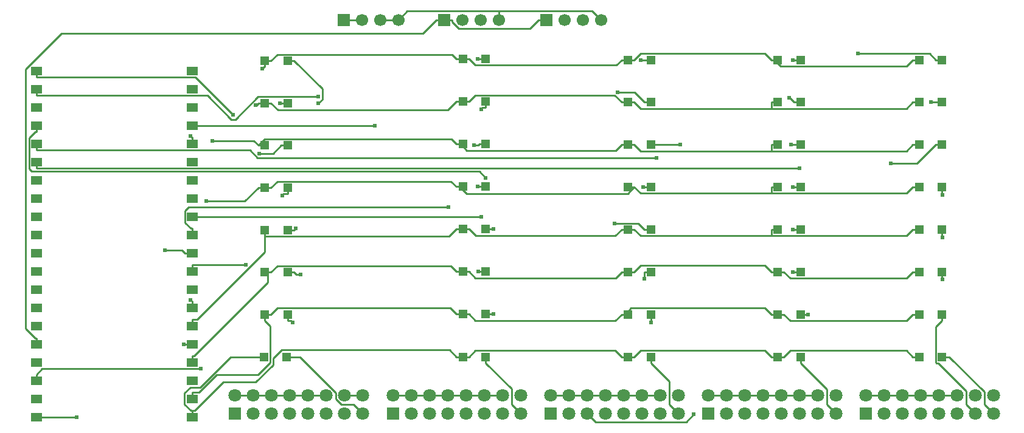
<source format=gtl>
G04 Layer: TopLayer*
G04 EasyEDA v6.5.40, 2025-03-18 22:52:05*
G04 b39658bcca46432a934d06cf3c5ad792,51c3989a86a440af9e0a32d2c4c87c08,10*
G04 Gerber Generator version 0.2*
G04 Scale: 100 percent, Rotated: No, Reflected: No *
G04 Dimensions in millimeters *
G04 leading zeros omitted , absolute positions ,4 integer and 5 decimal *
%FSLAX45Y45*%
%MOMM*%

%ADD10C,0.2540*%
%ADD11R,1.2000X1.2000*%
%ADD12R,1.5000X1.2000*%
%ADD13R,1.7000X1.7000*%
%ADD14C,1.7000*%
%ADD15R,1.7780X1.8000*%
%ADD16C,1.8000*%
%ADD17C,0.6100*%
%ADD18C,0.0157*%

%LPD*%
D10*
X5854702Y9156697D02*
G01*
X6108702Y9156697D01*
X7505702Y9278693D02*
G01*
X7505702Y9156697D01*
X6108702Y9156697D02*
G01*
X6230698Y9278693D01*
X7505702Y9278693D01*
X7505702Y9278693D02*
G01*
X8806106Y9278693D01*
X8928102Y9156697D01*
X1073101Y4123204D02*
G01*
X1073101Y4211114D01*
X3356002Y4289117D02*
G01*
X1151105Y4289117D01*
X1073101Y4211114D01*
X5613402Y3924297D02*
G01*
X5359402Y3924297D01*
X5105402Y3924297D02*
G01*
X4851402Y3924297D01*
X4851402Y3924297D02*
G01*
X4597402Y3924297D01*
X4597402Y3924297D02*
G01*
X4343402Y3924297D01*
X4343402Y3924297D02*
G01*
X4089402Y3924297D01*
X4089402Y3924297D02*
G01*
X3835402Y3924297D01*
X1073101Y8441204D02*
G01*
X1073101Y8353295D01*
X1073101Y8353295D02*
G01*
X3282647Y8353295D01*
X3804465Y7831477D01*
X13672771Y5552716D02*
G01*
X13679274Y5546214D01*
X13679274Y5533692D01*
X13672771Y5640626D02*
G01*
X13672771Y5552716D01*
X13672771Y4961252D02*
G01*
X13584684Y4873165D01*
X13584684Y4377001D01*
X13592075Y4369610D01*
X13619609Y4369610D01*
X14008102Y3981117D01*
X14008102Y3797297D01*
X14135102Y3670297D01*
X13672771Y5049161D02*
G01*
X13672771Y4961252D01*
X13672771Y4457697D02*
G01*
X13774600Y4457697D01*
X14262102Y3970195D01*
X14262102Y3797297D01*
X14389102Y3670297D01*
X11704271Y4369788D02*
G01*
X12068177Y4005882D01*
X12068177Y3797297D01*
X12195177Y3670297D01*
X11704271Y4457697D02*
G01*
X11704271Y4369788D01*
X11704271Y5049161D02*
G01*
X11811027Y5049161D01*
X9621446Y4369788D02*
G01*
X9874252Y4116981D01*
X9874252Y3797297D01*
X10001252Y3670297D01*
X9621446Y4457697D02*
G01*
X9621446Y4369788D01*
X9621446Y5049161D02*
G01*
X9621446Y4939738D01*
X7322797Y4369788D02*
G01*
X7680327Y4012257D01*
X7680327Y3797297D01*
X7807327Y3670297D01*
X7322797Y4457697D02*
G01*
X7322797Y4369788D01*
X7322797Y5050990D02*
G01*
X7434506Y5050990D01*
X3243099Y3619218D02*
G01*
X3243099Y3707127D01*
X13264847Y4457697D02*
G01*
X13176760Y4545784D01*
X11560279Y4545784D01*
X11472191Y4457697D01*
X13352757Y4457697D02*
G01*
X13264847Y4457697D01*
X11428224Y4457697D02*
G01*
X11472191Y4457697D01*
X11428224Y4457697D02*
G01*
X11384257Y4457697D01*
X11296347Y4457697D02*
G01*
X11208260Y4545784D01*
X9477453Y4545784D01*
X9389366Y4457697D01*
X11384257Y4457697D02*
G01*
X11296347Y4457697D01*
X9345399Y4457697D02*
G01*
X9301431Y4457697D01*
X9345399Y4457697D02*
G01*
X9389366Y4457697D01*
X9213522Y4457697D02*
G01*
X9125435Y4545784D01*
X7178804Y4545784D01*
X7090717Y4457697D01*
X9301431Y4457697D02*
G01*
X9213522Y4457697D01*
X7002782Y4457697D02*
G01*
X7090717Y4457697D01*
X4234182Y4457697D02*
G01*
X3769870Y4457697D01*
X3346173Y4034000D01*
X3212543Y4034000D01*
X3131365Y3952821D01*
X3131365Y3796891D01*
X3221128Y3707127D01*
X3243099Y3707127D01*
X3243099Y3707127D02*
G01*
X3272640Y3707127D01*
X3670683Y4105170D01*
X4120949Y4105170D01*
X4363087Y4347309D01*
X4363087Y4433338D01*
X4483000Y4553252D01*
X6819318Y4553252D01*
X6914873Y4457697D01*
X7002782Y4457697D02*
G01*
X6914873Y4457697D01*
X4554197Y4457697D02*
G01*
X4741674Y4457697D01*
X5241317Y3958054D01*
X5241317Y3872913D01*
X5316933Y3797297D01*
X5486402Y3797297D01*
X5613402Y3670297D01*
X13264847Y5049161D02*
G01*
X13176760Y4961074D01*
X11560279Y4961074D01*
X11472191Y5049161D01*
X13352757Y5049161D02*
G01*
X13264847Y5049161D01*
X11428224Y5049161D02*
G01*
X11472191Y5049161D01*
X11428224Y5049161D02*
G01*
X11384257Y5049161D01*
X9213522Y5049161D02*
G01*
X9127263Y4962903D01*
X7178804Y4962903D01*
X7090717Y5050990D01*
X7002782Y5050990D02*
G01*
X7090717Y5050990D01*
X9301431Y5049161D02*
G01*
X9257489Y5049161D01*
X9257489Y5049161D02*
G01*
X9213522Y5049161D01*
X9257489Y5049161D02*
G01*
X9345576Y5137249D01*
X11208260Y5137249D01*
X11296347Y5049161D01*
X11384257Y5049161D02*
G01*
X11296347Y5049161D01*
X4334766Y5047358D02*
G01*
X4422853Y5135445D01*
X6830418Y5135445D01*
X6914873Y5050990D01*
X4246831Y5047358D02*
G01*
X4334766Y5047358D01*
X7002782Y5050990D02*
G01*
X6914873Y5050990D01*
X3243099Y3961127D02*
G01*
X3331009Y3961127D01*
X3581732Y4211850D01*
X4155594Y4211850D01*
X4322295Y4378551D01*
X4322295Y4883985D01*
X4246831Y4959449D01*
X3243099Y3873218D02*
G01*
X3243099Y3961127D01*
X4246831Y5047358D02*
G01*
X4246831Y4959449D01*
X13264847Y5640626D02*
G01*
X13176785Y5552564D01*
X11560279Y5552564D01*
X11472191Y5640651D01*
X13352757Y5640626D02*
G01*
X13264847Y5640626D01*
X11428224Y5640651D02*
G01*
X11472191Y5640651D01*
X11428224Y5640651D02*
G01*
X11384257Y5640651D01*
X11296347Y5640651D02*
G01*
X11208260Y5728738D01*
X9477453Y5728738D01*
X9389366Y5640651D01*
X11384257Y5640651D02*
G01*
X11296347Y5640651D01*
X9345399Y5640651D02*
G01*
X9389366Y5640651D01*
X9345399Y5640651D02*
G01*
X9301431Y5640651D01*
X9213522Y5640651D02*
G01*
X9129041Y5556171D01*
X7178804Y5556171D01*
X7090717Y5644258D01*
X9301431Y5640651D02*
G01*
X9213522Y5640651D01*
X7046749Y5644258D02*
G01*
X7090717Y5644258D01*
X7046749Y5644258D02*
G01*
X7002782Y5644258D01*
X6914873Y5644258D02*
G01*
X6834024Y5725106D01*
X4422853Y5725106D01*
X4334766Y5637019D01*
X7002782Y5644258D02*
G01*
X6914873Y5644258D01*
X4246831Y5637019D02*
G01*
X4290799Y5637019D01*
X4290799Y5637019D02*
G01*
X4334766Y5637019D01*
X4290799Y5637019D02*
G01*
X4290799Y5494855D01*
X3265070Y4469127D01*
X3243099Y4469127D01*
X3243099Y4381218D02*
G01*
X3243099Y4469127D01*
X3243099Y4889218D02*
G01*
X3243099Y4977127D01*
X11384257Y6232116D02*
G01*
X11296347Y6232116D01*
X9301431Y6232116D02*
G01*
X9389366Y6232116D01*
X13352757Y6232116D02*
G01*
X13264847Y6232116D01*
X11296347Y6232116D02*
G01*
X11296347Y6144028D01*
X9389366Y6232116D02*
G01*
X9477453Y6144028D01*
X11296347Y6144028D01*
X11296347Y6144028D02*
G01*
X13176760Y6144028D01*
X13264847Y6232116D01*
X4246831Y6134935D02*
G01*
X6812257Y6134935D01*
X6914873Y6237551D01*
X4246831Y6134935D02*
G01*
X4246831Y6226655D01*
X6958840Y6237551D02*
G01*
X6914873Y6237551D01*
X6958840Y6237551D02*
G01*
X7002782Y6237551D01*
X7090717Y6237551D02*
G01*
X7184062Y6144206D01*
X9125612Y6144206D01*
X9213522Y6232116D01*
X7002782Y6237551D02*
G01*
X7090717Y6237551D01*
X9301431Y6232116D02*
G01*
X9213522Y6232116D01*
X3243099Y4977127D02*
G01*
X3306117Y4977127D01*
X4246831Y5917841D01*
X4246831Y6134935D01*
X3514702Y7469934D02*
G01*
X4094965Y7469934D01*
X4158922Y7405977D01*
X4246831Y7405977D02*
G01*
X4158922Y7405977D01*
X3243099Y5231127D02*
G01*
X3236140Y5231127D01*
X3215744Y5251523D01*
X3243099Y5143218D02*
G01*
X3243099Y5231127D01*
X11384257Y7415044D02*
G01*
X11296347Y7415044D01*
X9301431Y7415044D02*
G01*
X9389366Y7415044D01*
X13352757Y7415044D02*
G01*
X13264847Y7415044D01*
X11296347Y7415044D02*
G01*
X11296347Y7326957D01*
X9389366Y7415044D02*
G01*
X9477453Y7326957D01*
X11296347Y7326957D01*
X11296347Y7326957D02*
G01*
X13176760Y7326957D01*
X13264847Y7415044D01*
X6914873Y7424112D02*
G01*
X6844921Y7494064D01*
X4247009Y7494064D01*
X4158922Y7405977D01*
X6958840Y7424112D02*
G01*
X6972581Y7424112D01*
X6958840Y7424112D02*
G01*
X6914873Y7424112D01*
X7002782Y7424112D02*
G01*
X6972581Y7424112D01*
X6972581Y7424112D02*
G01*
X7060669Y7336025D01*
X9134502Y7336025D01*
X9213522Y7415044D01*
X9301431Y7415044D02*
G01*
X9213522Y7415044D01*
X11384257Y8006509D02*
G01*
X11296347Y8006509D01*
X9301431Y8006509D02*
G01*
X9389366Y8006509D01*
X13352757Y8006509D02*
G01*
X13264847Y8006509D01*
X11296347Y8006509D02*
G01*
X11296347Y7918422D01*
X9389366Y8006509D02*
G01*
X9477453Y7918422D01*
X11296347Y7918422D01*
X11296347Y7918422D02*
G01*
X13176760Y7918422D01*
X13264847Y8006509D01*
X7090717Y8017405D02*
G01*
X7178804Y8105493D01*
X9114538Y8105493D01*
X9213522Y8006509D01*
X7002782Y8017405D02*
G01*
X7090717Y8017405D01*
X9301431Y8006509D02*
G01*
X9213522Y8006509D01*
X4334766Y7995612D02*
G01*
X4428924Y7901454D01*
X6798922Y7901454D01*
X6914873Y8017405D01*
X7002782Y8017405D02*
G01*
X6914873Y8017405D01*
X4246831Y7995612D02*
G01*
X4334766Y7995612D01*
X4123870Y7971355D02*
G01*
X4134665Y7971355D01*
X4158922Y7995612D01*
X4246831Y7995612D02*
G01*
X4158922Y7995612D01*
X3243099Y5651192D02*
G01*
X3243099Y5739127D01*
X3243099Y5739127D02*
G01*
X3985262Y5739127D01*
X3243099Y7683192D02*
G01*
X5778197Y7683192D01*
X3243099Y7429192D02*
G01*
X3243099Y7517127D01*
X3209673Y7537193D02*
G01*
X3229739Y7517127D01*
X3243099Y7517127D01*
X3243099Y6413192D02*
G01*
X7263183Y6413192D01*
X3243099Y6247127D02*
G01*
X3221103Y6247127D01*
X3140001Y6328229D01*
X3140001Y6493913D01*
X3188185Y6542097D01*
X6803392Y6542097D01*
X3243099Y6159192D02*
G01*
X3243099Y6247127D01*
X6856630Y9156697D02*
G01*
X6856630Y9128478D01*
X6946877Y9038231D01*
X7934733Y9038231D01*
X8053199Y9156697D01*
X6743702Y9156697D02*
G01*
X6856630Y9156697D01*
X8166102Y9156697D02*
G01*
X8053199Y9156697D01*
X1073101Y4719114D02*
G01*
X1051130Y4719114D01*
X915977Y4854267D01*
X915977Y8467239D01*
X1418744Y8970007D01*
X6444109Y8970007D01*
X6630799Y9156697D01*
X1073101Y4631204D02*
G01*
X1073101Y4719114D01*
X6743702Y9156697D02*
G01*
X6630799Y9156697D01*
X13881102Y3924297D02*
G01*
X13627102Y3924297D01*
X13627102Y3924297D02*
G01*
X13373102Y3924297D01*
X13373102Y3924297D02*
G01*
X13119102Y3924297D01*
X13119102Y3924297D02*
G01*
X12865102Y3924297D01*
X12865102Y3924297D02*
G01*
X12611102Y3924297D01*
X1073101Y7171204D02*
G01*
X1073101Y7083295D01*
X11692765Y7083295D02*
G01*
X1073101Y7083295D01*
X11941177Y3924297D02*
G01*
X11687177Y3924297D01*
X11687177Y3924297D02*
G01*
X11433177Y3924297D01*
X11433177Y3924297D02*
G01*
X11179177Y3924297D01*
X11179177Y3924297D02*
G01*
X10925177Y3924297D01*
X10925177Y3924297D02*
G01*
X10671177Y3924297D01*
X10671177Y3924297D02*
G01*
X10417177Y3924297D01*
X1073101Y7425204D02*
G01*
X1073101Y7337295D01*
X1073101Y7337295D02*
G01*
X4041421Y7337295D01*
X4145815Y7232901D01*
X9700592Y7232901D01*
X9747252Y3924297D02*
G01*
X9493252Y3924297D01*
X9493252Y3924297D02*
G01*
X9239252Y3924297D01*
X9239252Y3924297D02*
G01*
X8985252Y3924297D01*
X8985252Y3924297D02*
G01*
X8731252Y3924297D01*
X8731252Y3924297D02*
G01*
X8477252Y3924297D01*
X8477252Y3924297D02*
G01*
X8223252Y3924297D01*
X1073101Y7591295D02*
G01*
X1051130Y7591295D01*
X970028Y7510193D01*
X970028Y7075853D01*
X1003378Y7042503D01*
X7234582Y7042503D01*
X7322441Y6954644D01*
X1073101Y7679204D02*
G01*
X1073101Y7591295D01*
X7553327Y3924297D02*
G01*
X7299327Y3924297D01*
X7299327Y3924297D02*
G01*
X7045327Y3924297D01*
X7045327Y3924297D02*
G01*
X6791327Y3924297D01*
X6791327Y3924297D02*
G01*
X6537327Y3924297D01*
X6537327Y3924297D02*
G01*
X6283327Y3924297D01*
X6283327Y3924297D02*
G01*
X6029327Y3924297D01*
X1073101Y8187204D02*
G01*
X1073101Y8099295D01*
X1073101Y8099295D02*
G01*
X3453818Y8099295D01*
X3785135Y7767977D01*
X3837688Y7767977D01*
X4153410Y8083699D01*
X4989807Y8083699D01*
X13584862Y8597973D02*
G01*
X13496775Y8686060D01*
X12498961Y8686060D01*
X13672771Y8597973D02*
G01*
X13584862Y8597973D01*
X13672771Y8006509D02*
G01*
X13516129Y8006509D01*
X13584862Y7415044D02*
G01*
X13325604Y7155787D01*
X12955602Y7155787D01*
X13672771Y7415044D02*
G01*
X13584862Y7415044D01*
X13672771Y6735671D02*
G01*
X13679274Y6729168D01*
X13679274Y6714055D01*
X13672771Y6823580D02*
G01*
X13672771Y6735671D01*
X13672771Y6144206D02*
G01*
X13679274Y6137704D01*
X13679274Y6125334D01*
X13672771Y6232116D02*
G01*
X13672771Y6144206D01*
X11704271Y5640651D02*
G01*
X11616362Y5640651D01*
X11616362Y5640651D02*
G01*
X11596423Y5640651D01*
X11704271Y6232116D02*
G01*
X11616362Y6232116D01*
X11616362Y6232116D02*
G01*
X11596601Y6232116D01*
X11704271Y6823580D02*
G01*
X11616362Y6823580D01*
X11616362Y6823580D02*
G01*
X11596728Y6823580D01*
X11704271Y7415044D02*
G01*
X11566857Y7415044D01*
X11544277Y8072498D02*
G01*
X11550373Y8072498D01*
X11616362Y8006509D01*
X11704271Y8006509D02*
G01*
X11616362Y8006509D01*
X11704271Y8597973D02*
G01*
X11616362Y8597973D01*
X11616362Y8597973D02*
G01*
X11597413Y8597973D01*
X9621446Y5640651D02*
G01*
X9533536Y5640651D01*
X9533536Y5640651D02*
G01*
X9533536Y5552742D01*
X9528583Y5547789D01*
X9621446Y6232116D02*
G01*
X9533536Y6232116D01*
X9533536Y6232116D02*
G01*
X9445449Y6320203D01*
X9114233Y6320203D01*
X9621446Y6823580D02*
G01*
X9533536Y6823580D01*
X9533536Y6823580D02*
G01*
X9515426Y6823580D01*
X10219133Y3657089D02*
G01*
X10113850Y3551806D01*
X8849743Y3551806D01*
X8731252Y3670297D01*
X9621446Y7415044D02*
G01*
X10032367Y7415044D01*
X9621446Y8006509D02*
G01*
X9533536Y8006509D01*
X9533536Y8006509D02*
G01*
X9394319Y8145726D01*
X9158277Y8145726D01*
X9621446Y8597973D02*
G01*
X9480831Y8597973D01*
X7322797Y5644258D02*
G01*
X7234887Y5644258D01*
X7234887Y5644258D02*
G01*
X7215278Y5644258D01*
X7322797Y6237551D02*
G01*
X7430899Y6237551D01*
X7322797Y6830819D02*
G01*
X7234887Y6830819D01*
X7234887Y6830819D02*
G01*
X7209919Y6830819D01*
X7156655Y7409279D02*
G01*
X7220054Y7409279D01*
X7234887Y7424112D01*
X7322797Y7424112D02*
G01*
X7234887Y7424112D01*
X7322797Y8017405D02*
G01*
X7322797Y7929496D01*
X7322797Y7929496D02*
G01*
X7277178Y7929496D01*
X7257620Y7909938D01*
X7322797Y8610673D02*
G01*
X7212611Y8610673D01*
X4743427Y5602754D02*
G01*
X4689020Y5602754D01*
X4654755Y5637019D01*
X4566846Y5637019D02*
G01*
X4654755Y5637019D01*
X4566846Y6226655D02*
G01*
X4654755Y6226655D01*
X4675380Y6247279D02*
G01*
X4654755Y6226655D01*
X4566846Y6816316D02*
G01*
X4566846Y6728406D01*
X4566846Y6728406D02*
G01*
X4511423Y6728406D01*
X4491992Y6708975D01*
X4478936Y7405977D02*
G01*
X4364433Y7291473D01*
X4170072Y7291473D01*
X4566846Y7405977D02*
G01*
X4478936Y7405977D01*
X4566846Y7995612D02*
G01*
X4478936Y7995612D01*
X4478936Y7995612D02*
G01*
X4459759Y7995612D01*
X9301431Y8597973D02*
G01*
X9389366Y8597973D01*
X11384257Y8597973D02*
G01*
X11340315Y8597973D01*
X11340315Y8597973D02*
G01*
X11296347Y8597973D01*
X11340315Y8597973D02*
G01*
X11428402Y8509886D01*
X13176760Y8509886D01*
X13264847Y8597973D01*
X13352757Y8597973D02*
G01*
X13264847Y8597973D01*
X7002782Y8610673D02*
G01*
X7090717Y8610673D01*
X9301431Y8597973D02*
G01*
X9213522Y8597973D01*
X7090717Y8610673D02*
G01*
X7178804Y8522586D01*
X9138135Y8522586D01*
X9213522Y8597973D01*
X4334766Y8585273D02*
G01*
X4422853Y8673360D01*
X6852185Y8673360D01*
X6914873Y8610673D01*
X4246831Y8585273D02*
G01*
X4334766Y8585273D01*
X7002782Y8610673D02*
G01*
X6914873Y8610673D01*
X11296347Y8597973D02*
G01*
X11208260Y8686060D01*
X9477453Y8686060D01*
X9389366Y8597973D01*
X3140179Y5905192D02*
G01*
X3098827Y5946543D01*
X2858289Y5946543D01*
X4246831Y8585273D02*
G01*
X4246831Y8497364D01*
X3243099Y5905192D02*
G01*
X3140179Y5905192D01*
X4246831Y8497364D02*
G01*
X4234258Y8497364D01*
X4213760Y8476866D01*
X4566846Y8585273D02*
G01*
X4654755Y8585273D01*
X4654755Y8585273D02*
G01*
X5048404Y8191624D01*
X5048404Y8045447D01*
X4995166Y7992209D01*
X5600702Y9156697D02*
G01*
X5346702Y9156697D01*
X1073101Y3615204D02*
G01*
X1633806Y3615204D01*
X4636391Y4937909D02*
G01*
X4614852Y4959449D01*
X4566846Y4959449D01*
X4566846Y5047358D02*
G01*
X4566846Y4959449D01*
X3433625Y6628559D02*
G01*
X3971165Y6628559D01*
X4158922Y6816316D01*
X4246831Y6816316D02*
G01*
X4158922Y6816316D01*
X3243099Y4635218D02*
G01*
X3122246Y4635218D01*
X11384257Y6823580D02*
G01*
X11296347Y6823580D01*
X9301431Y6823580D02*
G01*
X9389366Y6823580D01*
X13352757Y6823580D02*
G01*
X13264847Y6823580D01*
X11296347Y6823580D02*
G01*
X11296347Y6735493D01*
X11296347Y6735493D02*
G01*
X13176760Y6735493D01*
X13264847Y6823580D01*
X6914873Y6830819D02*
G01*
X6841289Y6904403D01*
X4422853Y6904403D01*
X4334766Y6816316D01*
X4246831Y6816316D02*
G01*
X4334766Y6816316D01*
X7002782Y6830819D02*
G01*
X6958840Y6830819D01*
X6958840Y6830819D02*
G01*
X6914873Y6830819D01*
X9389366Y6823580D02*
G01*
X9477453Y6735493D01*
X11296347Y6735493D01*
X6958840Y6830819D02*
G01*
X7055716Y6733943D01*
X9299729Y6733943D01*
X9389366Y6823580D01*
D11*
G01*
X4566843Y8585276D03*
G01*
X4246829Y8585276D03*
G01*
X4566843Y7995622D03*
G01*
X4246829Y7995622D03*
G01*
X4566843Y7405969D03*
G01*
X4246829Y7405969D03*
G01*
X4566843Y6816316D03*
G01*
X4246829Y6816316D03*
G01*
X4566843Y6226662D03*
G01*
X4246829Y6226662D03*
G01*
X4566843Y5637009D03*
G01*
X4246829Y5637009D03*
G01*
X4566843Y5047355D03*
G01*
X4246829Y5047355D03*
G01*
X4554207Y4457700D03*
G01*
X4234192Y4457700D03*
G01*
X7322804Y8610676D03*
G01*
X7002790Y8610676D03*
G01*
X7322804Y8017395D03*
G01*
X7002790Y8017395D03*
G01*
X7322804Y7424107D03*
G01*
X7002790Y7424107D03*
G01*
X7322804Y6830827D03*
G01*
X7002790Y6830827D03*
G01*
X7322804Y6237546D03*
G01*
X7002790Y6237546D03*
G01*
X7322804Y5644263D03*
G01*
X7002790Y5644263D03*
G01*
X7322804Y5050983D03*
G01*
X7002790Y5050983D03*
G01*
X7322807Y4457700D03*
G01*
X7002792Y4457700D03*
G01*
X9621443Y8597976D03*
G01*
X9301429Y8597976D03*
G01*
X9621443Y8006509D03*
G01*
X9301429Y8006509D03*
G01*
X9621443Y7415039D03*
G01*
X9301429Y7415039D03*
G01*
X9621443Y6823572D03*
G01*
X9301429Y6823572D03*
G01*
X9621443Y6232105D03*
G01*
X9301429Y6232105D03*
G01*
X9621443Y5640638D03*
G01*
X9301429Y5640638D03*
G01*
X9621443Y5049166D03*
G01*
X9301429Y5049166D03*
G01*
X9621446Y4457700D03*
G01*
X9301431Y4457700D03*
G01*
X11704274Y8597976D03*
G01*
X11384259Y8597976D03*
G01*
X11704274Y8006506D03*
G01*
X11384259Y8006506D03*
G01*
X11704274Y7415037D03*
G01*
X11384259Y7415037D03*
G01*
X11704274Y6823567D03*
G01*
X11384259Y6823567D03*
G01*
X11704274Y6232103D03*
G01*
X11384259Y6232103D03*
G01*
X11704274Y5640641D03*
G01*
X11384259Y5640641D03*
G01*
X11704274Y5049172D03*
G01*
X11384259Y5049172D03*
G01*
X11704269Y4457700D03*
G01*
X11384254Y4457700D03*
G01*
X13672781Y8597976D03*
G01*
X13352767Y8597976D03*
G01*
X13672781Y8006504D03*
G01*
X13352767Y8006504D03*
G01*
X13672781Y7415039D03*
G01*
X13352767Y7415039D03*
G01*
X13672781Y6823567D03*
G01*
X13352767Y6823567D03*
G01*
X13672781Y6232103D03*
G01*
X13352767Y6232103D03*
G01*
X13672781Y5640631D03*
G01*
X13352767Y5640631D03*
G01*
X13672781Y5049166D03*
G01*
X13352767Y5049166D03*
G01*
X13672776Y4457700D03*
G01*
X13352762Y4457700D03*
D12*
G01*
X3243097Y3619220D03*
G01*
X3243097Y3873220D03*
G01*
X3243097Y4127220D03*
G01*
X3243097Y4381220D03*
G01*
X3243097Y4635220D03*
G01*
X3243097Y4889220D03*
G01*
X3243097Y5143220D03*
G01*
X3243097Y5397220D03*
G01*
X3243097Y5651195D03*
G01*
X3243097Y5905195D03*
G01*
X3243097Y6159195D03*
G01*
X3243097Y6413195D03*
G01*
X3243097Y6667195D03*
G01*
X3243097Y6921195D03*
G01*
X3243097Y7175195D03*
G01*
X3243097Y7429195D03*
G01*
X3243097Y7683195D03*
G01*
X3243097Y7937195D03*
G01*
X3243097Y8191195D03*
G01*
X3243097Y8445195D03*
G01*
X1073099Y8441207D03*
G01*
X1073099Y8187207D03*
G01*
X1073099Y7933207D03*
G01*
X1073099Y7679207D03*
G01*
X1073099Y7425207D03*
G01*
X1073099Y7171207D03*
G01*
X1073099Y6917207D03*
G01*
X1073099Y6663207D03*
G01*
X1073099Y6409207D03*
G01*
X1073099Y6155207D03*
G01*
X1073099Y5901207D03*
G01*
X1073099Y5647207D03*
G01*
X1073099Y5393207D03*
G01*
X1073099Y5139207D03*
G01*
X1073099Y4885207D03*
G01*
X1073099Y4631207D03*
G01*
X1073099Y4377207D03*
G01*
X1073099Y4123207D03*
G01*
X1073099Y3869207D03*
G01*
X1073099Y3615207D03*
D13*
G01*
X8166100Y9156700D03*
D14*
G01*
X8420100Y9156700D03*
G01*
X8674100Y9156700D03*
G01*
X8928100Y9156700D03*
D13*
G01*
X6743700Y9156700D03*
D14*
G01*
X6997700Y9156700D03*
G01*
X7251700Y9156700D03*
G01*
X7505700Y9156700D03*
D13*
G01*
X5346700Y9156700D03*
D14*
G01*
X5600700Y9156700D03*
G01*
X5854700Y9156700D03*
G01*
X6108700Y9156700D03*
D15*
G01*
X6029325Y3670300D03*
D16*
G01*
X6029325Y3924300D03*
G01*
X6283325Y3670300D03*
G01*
X6283325Y3924300D03*
G01*
X6537325Y3670300D03*
G01*
X6537325Y3924300D03*
G01*
X6791325Y3670300D03*
G01*
X6791325Y3924300D03*
G01*
X7045325Y3670300D03*
G01*
X7045325Y3924300D03*
G01*
X7299325Y3670300D03*
G01*
X7299325Y3924300D03*
G01*
X7553325Y3670300D03*
G01*
X7553325Y3924300D03*
G01*
X7807325Y3670300D03*
G01*
X7807325Y3924300D03*
D15*
G01*
X8223250Y3670300D03*
D16*
G01*
X8223250Y3924300D03*
G01*
X8477250Y3670300D03*
G01*
X8477250Y3924300D03*
G01*
X8731250Y3670300D03*
G01*
X8731250Y3924300D03*
G01*
X8985250Y3670300D03*
G01*
X8985250Y3924300D03*
G01*
X9239250Y3670300D03*
G01*
X9239250Y3924300D03*
G01*
X9493250Y3670300D03*
G01*
X9493250Y3924300D03*
G01*
X9747250Y3670300D03*
G01*
X9747250Y3924300D03*
G01*
X10001250Y3670300D03*
G01*
X10001250Y3924300D03*
D15*
G01*
X10417175Y3670300D03*
D16*
G01*
X10417175Y3924300D03*
G01*
X10671175Y3670300D03*
G01*
X10671175Y3924300D03*
G01*
X10925175Y3670300D03*
G01*
X10925175Y3924300D03*
G01*
X11179175Y3670300D03*
G01*
X11179175Y3924300D03*
G01*
X11433175Y3670300D03*
G01*
X11433175Y3924300D03*
G01*
X11687175Y3670300D03*
G01*
X11687175Y3924300D03*
G01*
X11941175Y3670300D03*
G01*
X11941175Y3924300D03*
G01*
X12195175Y3670300D03*
G01*
X12195175Y3924300D03*
D15*
G01*
X12611100Y3670300D03*
D16*
G01*
X12611100Y3924300D03*
G01*
X12865100Y3670300D03*
G01*
X12865100Y3924300D03*
G01*
X13119100Y3670300D03*
G01*
X13119100Y3924300D03*
G01*
X13373100Y3670300D03*
G01*
X13373100Y3924300D03*
G01*
X13627100Y3670300D03*
G01*
X13627100Y3924300D03*
G01*
X13881100Y3670300D03*
G01*
X13881100Y3924300D03*
G01*
X14135100Y3670300D03*
G01*
X14135100Y3924300D03*
G01*
X14389100Y3670300D03*
G01*
X14389100Y3924300D03*
D15*
G01*
X3835400Y3670300D03*
D16*
G01*
X3835400Y3924300D03*
G01*
X4089400Y3670300D03*
G01*
X4089400Y3924300D03*
G01*
X4343400Y3670300D03*
G01*
X4343400Y3924300D03*
G01*
X4597400Y3670300D03*
G01*
X4597400Y3924300D03*
G01*
X4851400Y3670300D03*
G01*
X4851400Y3924300D03*
G01*
X5105400Y3670300D03*
G01*
X5105400Y3924300D03*
G01*
X5359400Y3670300D03*
G01*
X5359400Y3924300D03*
G01*
X5613400Y3670300D03*
G01*
X5613400Y3924300D03*
D17*
G01*
X3433625Y6628559D03*
G01*
X3122246Y4635218D03*
G01*
X4636391Y4937909D03*
G01*
X1633806Y3615204D03*
G01*
X4995166Y7992209D03*
G01*
X4213760Y8476866D03*
G01*
X2858289Y5946543D03*
G01*
X4459759Y7995612D03*
G01*
X4170072Y7291473D03*
G01*
X4491992Y6708975D03*
G01*
X4675380Y6247279D03*
G01*
X4743427Y5602754D03*
G01*
X7212611Y8610673D03*
G01*
X7257620Y7909938D03*
G01*
X7156655Y7409279D03*
G01*
X7209919Y6830819D03*
G01*
X7430899Y6237551D03*
G01*
X7215278Y5644258D03*
G01*
X9480831Y8597973D03*
G01*
X9158277Y8145726D03*
G01*
X10219133Y3657089D03*
G01*
X10032367Y7415044D03*
G01*
X9515426Y6823580D03*
G01*
X9114233Y6320203D03*
G01*
X9528583Y5547789D03*
G01*
X11597413Y8597973D03*
G01*
X11544277Y8072498D03*
G01*
X11566857Y7415044D03*
G01*
X11596728Y6823580D03*
G01*
X11596601Y6232116D03*
G01*
X11596423Y5640651D03*
G01*
X13679274Y6125334D03*
G01*
X13679274Y6714055D03*
G01*
X12955602Y7155787D03*
G01*
X13516129Y8006509D03*
G01*
X12498961Y8686060D03*
G01*
X4989807Y8083699D03*
G01*
X7322441Y6954644D03*
G01*
X9700592Y7232901D03*
G01*
X11692765Y7083295D03*
G01*
X6803392Y6542097D03*
G01*
X7263183Y6413192D03*
G01*
X3209673Y7537193D03*
G01*
X5778197Y7683192D03*
G01*
X4123870Y7971355D03*
G01*
X3985262Y5739127D03*
G01*
X3514702Y7469934D03*
G01*
X3215744Y5251523D03*
G01*
X7434506Y5050990D03*
G01*
X9621446Y4939738D03*
G01*
X11811027Y5049161D03*
G01*
X13679274Y5533692D03*
G01*
X3804465Y7831477D03*
G01*
X3356002Y4289117D03*
M02*

</source>
